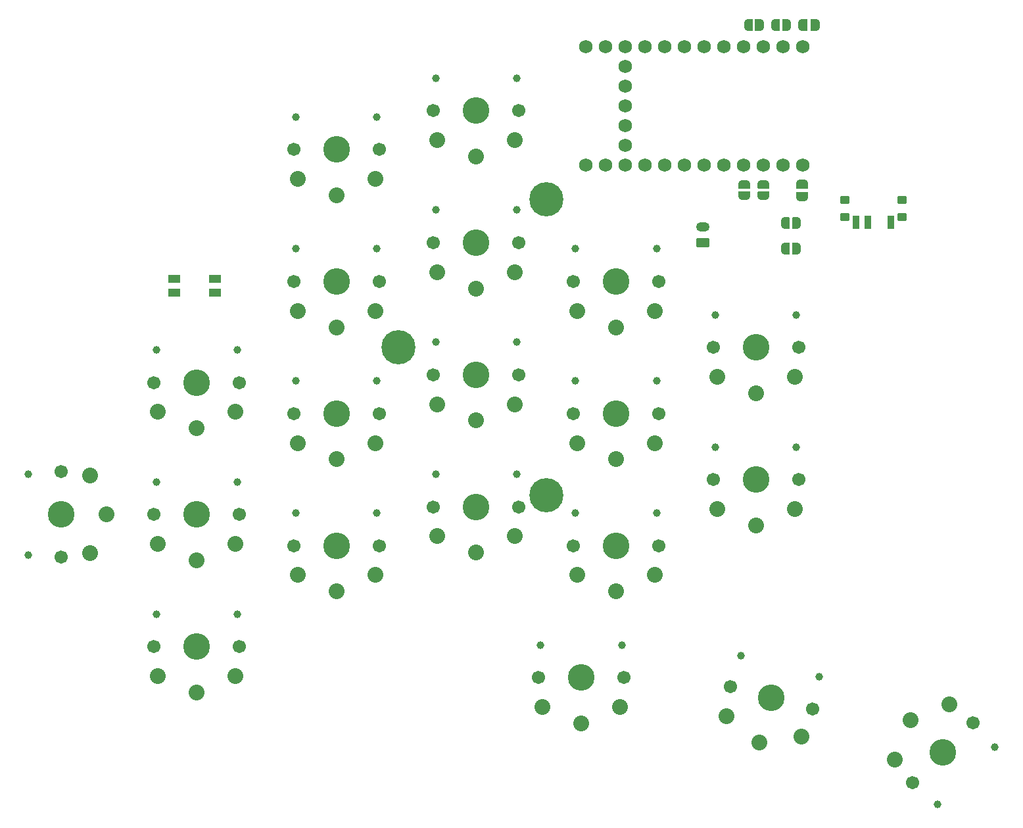
<source format=gbr>
%TF.GenerationSoftware,KiCad,Pcbnew,9.0.7*%
%TF.CreationDate,2026-01-18T21:16:20-08:00*%
%TF.ProjectId,talon_slim,74616c6f-6e5f-4736-9c69-6d2e6b696361,rev?*%
%TF.SameCoordinates,Original*%
%TF.FileFunction,Soldermask,Top*%
%TF.FilePolarity,Negative*%
%FSLAX46Y46*%
G04 Gerber Fmt 4.6, Leading zero omitted, Abs format (unit mm)*
G04 Created by KiCad (PCBNEW 9.0.7) date 2026-01-18 21:16:20*
%MOMM*%
%LPD*%
G01*
G04 APERTURE LIST*
G04 Aperture macros list*
%AMRoundRect*
0 Rectangle with rounded corners*
0 $1 Rounding radius*
0 $2 $3 $4 $5 $6 $7 $8 $9 X,Y pos of 4 corners*
0 Add a 4 corners polygon primitive as box body*
4,1,4,$2,$3,$4,$5,$6,$7,$8,$9,$2,$3,0*
0 Add four circle primitives for the rounded corners*
1,1,$1+$1,$2,$3*
1,1,$1+$1,$4,$5*
1,1,$1+$1,$6,$7*
1,1,$1+$1,$8,$9*
0 Add four rect primitives between the rounded corners*
20,1,$1+$1,$2,$3,$4,$5,0*
20,1,$1+$1,$4,$5,$6,$7,0*
20,1,$1+$1,$6,$7,$8,$9,0*
20,1,$1+$1,$8,$9,$2,$3,0*%
%AMFreePoly0*
4,1,23,0.500000,-0.750000,0.000000,-0.750000,0.000000,-0.745722,-0.065263,-0.745722,-0.191342,-0.711940,-0.304381,-0.646677,-0.396677,-0.554381,-0.461940,-0.441342,-0.495722,-0.315263,-0.495722,-0.250000,-0.500000,-0.250000,-0.500000,0.250000,-0.495722,0.250000,-0.495722,0.315263,-0.461940,0.441342,-0.396677,0.554381,-0.304381,0.646677,-0.191342,0.711940,-0.065263,0.745722,0.000000,0.745722,
0.000000,0.750000,0.500000,0.750000,0.500000,-0.750000,0.500000,-0.750000,$1*%
%AMFreePoly1*
4,1,23,0.000000,0.745722,0.065263,0.745722,0.191342,0.711940,0.304381,0.646677,0.396677,0.554381,0.461940,0.441342,0.495722,0.315263,0.495722,0.250000,0.500000,0.250000,0.500000,-0.250000,0.495722,-0.250000,0.495722,-0.315263,0.461940,-0.441342,0.396677,-0.554381,0.304381,-0.646677,0.191342,-0.711940,0.065263,-0.745722,0.000000,-0.745722,0.000000,-0.750000,-0.500000,-0.750000,
-0.500000,0.750000,0.000000,0.750000,0.000000,0.745722,0.000000,0.745722,$1*%
G04 Aperture macros list end*
%ADD10RoundRect,0.250000X0.625000X-0.350000X0.625000X0.350000X-0.625000X0.350000X-0.625000X-0.350000X0*%
%ADD11O,1.750000X1.200000*%
%ADD12C,4.400000*%
%ADD13R,1.550000X1.000000*%
%ADD14RoundRect,0.102000X0.350000X0.750000X-0.350000X0.750000X-0.350000X-0.750000X0.350000X-0.750000X0*%
%ADD15RoundRect,0.102000X0.500000X0.400000X-0.500000X0.400000X-0.500000X-0.400000X0.500000X-0.400000X0*%
%ADD16C,1.701800*%
%ADD17C,0.990600*%
%ADD18C,3.429000*%
%ADD19C,2.032000*%
%ADD20FreePoly0,0.000000*%
%ADD21FreePoly1,0.000000*%
%ADD22FreePoly0,90.000000*%
%ADD23FreePoly1,90.000000*%
%ADD24C,1.752600*%
%ADD25FreePoly1,180.000000*%
%ADD26FreePoly0,180.000000*%
G04 APERTURE END LIST*
%TO.C,JP16*%
G36*
X158060000Y-78000000D02*
G01*
X158360000Y-78000000D01*
X158360000Y-79500000D01*
X158060000Y-79500000D01*
X158060000Y-78000000D01*
G37*
G36*
X158650000Y-78000000D02*
G01*
X158950000Y-78000000D01*
X158950000Y-79500000D01*
X158650000Y-79500000D01*
X158650000Y-78000000D01*
G37*
%TO.C,JP10*%
G36*
X158060000Y-74750000D02*
G01*
X158360000Y-74750000D01*
X158360000Y-76250000D01*
X158060000Y-76250000D01*
X158060000Y-74750000D01*
G37*
G36*
X158650000Y-74750000D02*
G01*
X158950000Y-74750000D01*
X158950000Y-76250000D01*
X158650000Y-76250000D01*
X158650000Y-74750000D01*
G37*
%TO.C,JP9*%
G36*
X159200000Y-71050000D02*
G01*
X160700000Y-71050000D01*
X160700000Y-70750000D01*
X159200000Y-70750000D01*
X159200000Y-71050000D01*
G37*
G36*
X159200000Y-71800000D02*
G01*
X160700000Y-71800000D01*
X160700000Y-71500000D01*
X159200000Y-71500000D01*
X159200000Y-71800000D01*
G37*
%TO.C,JP14*%
G36*
X151750000Y-71100000D02*
G01*
X153250000Y-71100000D01*
X153250000Y-70800000D01*
X151750000Y-70800000D01*
X151750000Y-71100000D01*
G37*
G36*
X151750000Y-71690000D02*
G01*
X153250000Y-71690000D01*
X153250000Y-71390000D01*
X151750000Y-71390000D01*
X151750000Y-71690000D01*
G37*
%TO.C,JP13*%
G36*
X154250000Y-71100000D02*
G01*
X155750000Y-71100000D01*
X155750000Y-70800000D01*
X154250000Y-70800000D01*
X154250000Y-71100000D01*
G37*
G36*
X154250000Y-71690000D02*
G01*
X155750000Y-71690000D01*
X155750000Y-71390000D01*
X154250000Y-71390000D01*
X154250000Y-71690000D01*
G37*
%TO.C,JP1*%
G36*
X161360000Y-50750000D02*
G01*
X161060000Y-50750000D01*
X161060000Y-49250000D01*
X161360000Y-49250000D01*
X161360000Y-50750000D01*
G37*
G36*
X160610000Y-50750000D02*
G01*
X160310000Y-50750000D01*
X160310000Y-49250000D01*
X160610000Y-49250000D01*
X160610000Y-50750000D01*
G37*
%TO.C,JP4*%
G36*
X157400000Y-49250000D02*
G01*
X157700000Y-49250000D01*
X157700000Y-50750000D01*
X157400000Y-50750000D01*
X157400000Y-49250000D01*
G37*
G36*
X156810000Y-49250000D02*
G01*
X157110000Y-49250000D01*
X157110000Y-50750000D01*
X156810000Y-50750000D01*
X156810000Y-49250000D01*
G37*
%TO.C,JP5*%
G36*
X153900000Y-49250000D02*
G01*
X154200000Y-49250000D01*
X154200000Y-50750000D01*
X153900000Y-50750000D01*
X153900000Y-49250000D01*
G37*
G36*
X153310000Y-49250000D02*
G01*
X153610000Y-49250000D01*
X153610000Y-50750000D01*
X153310000Y-50750000D01*
X153310000Y-49250000D01*
G37*
%TD*%
D10*
%TO.C,J1*%
X147210000Y-78000000D03*
D11*
X147210000Y-76000000D03*
%TD*%
D12*
%TO.C,REF\u002A\u002A*%
X107950000Y-91500000D03*
X127000000Y-72450000D03*
X127000000Y-110550000D03*
%TD*%
D13*
%TO.C,RESET_SW1*%
X79125000Y-82700000D03*
X84375000Y-82700000D03*
X79125000Y-84400000D03*
X84375000Y-84400000D03*
%TD*%
D14*
%TO.C,SLIDE_SW1*%
X171400000Y-75350000D03*
X168400000Y-75350000D03*
X166900000Y-75350000D03*
D15*
X172800000Y-74700000D03*
X165500000Y-74700000D03*
X172800000Y-72500000D03*
X165500000Y-72500000D03*
%TD*%
D16*
%TO.C,SW20*%
X182001627Y-139772385D03*
D17*
X184773486Y-142940223D03*
D18*
X178112540Y-143661472D03*
D17*
X177391291Y-150322418D03*
D16*
X174223453Y-147550559D03*
D19*
X173940610Y-139489542D03*
X178961068Y-137438932D03*
X171890000Y-144510000D03*
%TD*%
D16*
%TO.C,SW18*%
X126000000Y-134000000D03*
D17*
X126280000Y-129800000D03*
D18*
X131500000Y-134000000D03*
D17*
X136720000Y-129800000D03*
D16*
X137000000Y-134000000D03*
D19*
X131500000Y-139900000D03*
X126500000Y-137800000D03*
X136500000Y-137800000D03*
%TD*%
%TO.C,SW13*%
X159000000Y-112300000D03*
X149000000Y-112300000D03*
X154000000Y-114400000D03*
D16*
X159500000Y-108500000D03*
D17*
X159220000Y-104300000D03*
D18*
X154000000Y-108500000D03*
D17*
X148780000Y-104300000D03*
D16*
X148500000Y-108500000D03*
%TD*%
%TO.C,SW6*%
X130500000Y-83000000D03*
D17*
X130780000Y-78800000D03*
D18*
X136000000Y-83000000D03*
D17*
X141220000Y-78800000D03*
D16*
X141500000Y-83000000D03*
D19*
X136000000Y-88900000D03*
X131000000Y-86800000D03*
X141000000Y-86800000D03*
%TD*%
D16*
%TO.C,SW8*%
X64500000Y-118500000D03*
D17*
X60300000Y-118220000D03*
D18*
X64500000Y-113000000D03*
D17*
X60300000Y-107780000D03*
D16*
X64500000Y-107500000D03*
D19*
X70400000Y-113000000D03*
X68300000Y-118000000D03*
X68300000Y-108000000D03*
%TD*%
D20*
%TO.C,JP16*%
X157750000Y-78750000D03*
D21*
X159250000Y-78750000D03*
%TD*%
D20*
%TO.C,JP10*%
X157750000Y-75500000D03*
D21*
X159250000Y-75500000D03*
%TD*%
D19*
%TO.C,SW19*%
X159849259Y-141578190D03*
X150190000Y-138990000D03*
X154476110Y-142312539D03*
D16*
X161315734Y-138037082D03*
D17*
X162132315Y-133907724D03*
D18*
X156003142Y-136613577D03*
D17*
X152048049Y-131205653D03*
D16*
X150690550Y-135190072D03*
%TD*%
D19*
%TO.C,SW15*%
X105000000Y-120800000D03*
X95000000Y-120800000D03*
X100000000Y-122900000D03*
D16*
X105500000Y-117000000D03*
D17*
X105220000Y-112800000D03*
D18*
X100000000Y-117000000D03*
D17*
X94780000Y-112800000D03*
D16*
X94500000Y-117000000D03*
%TD*%
%TO.C,SW14*%
X76500000Y-130000000D03*
D17*
X76780000Y-125800000D03*
D18*
X82000000Y-130000000D03*
D17*
X87220000Y-125800000D03*
D16*
X87500000Y-130000000D03*
D19*
X82000000Y-135900000D03*
X77000000Y-133800000D03*
X87000000Y-133800000D03*
%TD*%
D22*
%TO.C,JP9*%
X159950000Y-72190000D03*
D23*
X159950000Y-70390000D03*
%TD*%
D16*
%TO.C,SW1*%
X94500000Y-66000000D03*
D17*
X94780000Y-61800000D03*
D18*
X100000000Y-66000000D03*
D17*
X105220000Y-61800000D03*
D16*
X105500000Y-66000000D03*
D19*
X100000000Y-71900000D03*
X95000000Y-69800000D03*
X105000000Y-69800000D03*
%TD*%
D16*
%TO.C,SW10*%
X94500000Y-100000000D03*
D17*
X94780000Y-95800000D03*
D18*
X100000000Y-100000000D03*
D17*
X105220000Y-95800000D03*
D16*
X105500000Y-100000000D03*
D19*
X100000000Y-105900000D03*
X95000000Y-103800000D03*
X105000000Y-103800000D03*
%TD*%
D16*
%TO.C,SW3*%
X76500000Y-96000000D03*
D17*
X76780000Y-91800000D03*
D18*
X82000000Y-96000000D03*
D17*
X87220000Y-91800000D03*
D16*
X87500000Y-96000000D03*
D19*
X82000000Y-101900000D03*
X77000000Y-99800000D03*
X87000000Y-99800000D03*
%TD*%
D16*
%TO.C,SW16*%
X112500000Y-112000000D03*
D17*
X112780000Y-107800000D03*
D18*
X118000000Y-112000000D03*
D17*
X123220000Y-107800000D03*
D16*
X123500000Y-112000000D03*
D19*
X118000000Y-117900000D03*
X113000000Y-115800000D03*
X123000000Y-115800000D03*
%TD*%
D22*
%TO.C,JP14*%
X152500000Y-72000000D03*
D23*
X152500000Y-70500000D03*
%TD*%
D16*
%TO.C,SW2*%
X112500000Y-61000000D03*
D17*
X112780000Y-56800000D03*
D18*
X118000000Y-61000000D03*
D17*
X123220000Y-56800000D03*
D16*
X123500000Y-61000000D03*
D19*
X118000000Y-66900000D03*
X113000000Y-64800000D03*
X123000000Y-64800000D03*
%TD*%
D16*
%TO.C,SW4*%
X94500000Y-83000000D03*
D17*
X94780000Y-78800000D03*
D18*
X100000000Y-83000000D03*
D17*
X105220000Y-78800000D03*
D16*
X105500000Y-83000000D03*
D19*
X100000000Y-88900000D03*
X95000000Y-86800000D03*
X105000000Y-86800000D03*
%TD*%
D16*
%TO.C,SW9*%
X76500000Y-113000000D03*
D17*
X76780000Y-108800000D03*
D18*
X82000000Y-113000000D03*
D17*
X87220000Y-108800000D03*
D16*
X87500000Y-113000000D03*
D19*
X82000000Y-118900000D03*
X77000000Y-116800000D03*
X87000000Y-116800000D03*
%TD*%
D22*
%TO.C,JP13*%
X155000000Y-72000000D03*
D23*
X155000000Y-70500000D03*
%TD*%
D16*
%TO.C,SW11*%
X112500000Y-95000000D03*
D17*
X112780000Y-90800000D03*
D18*
X118000000Y-95000000D03*
D17*
X123220000Y-90800000D03*
D16*
X123500000Y-95000000D03*
D19*
X118000000Y-100900000D03*
X113000000Y-98800000D03*
X123000000Y-98800000D03*
%TD*%
D16*
%TO.C,SW7*%
X148500000Y-91500000D03*
D17*
X148780000Y-87300000D03*
D18*
X154000000Y-91500000D03*
D17*
X159220000Y-87300000D03*
D16*
X159500000Y-91500000D03*
D19*
X154000000Y-97400000D03*
X149000000Y-95300000D03*
X159000000Y-95300000D03*
%TD*%
D16*
%TO.C,SW12*%
X130500000Y-100000000D03*
D17*
X130780000Y-95800000D03*
D18*
X136000000Y-100000000D03*
D17*
X141220000Y-95800000D03*
D16*
X141500000Y-100000000D03*
D19*
X136000000Y-105900000D03*
X131000000Y-103800000D03*
X141000000Y-103800000D03*
%TD*%
D16*
%TO.C,SW17*%
X130500000Y-117000000D03*
D17*
X130780000Y-112800000D03*
D18*
X136000000Y-117000000D03*
D17*
X141220000Y-112800000D03*
D16*
X141500000Y-117000000D03*
D19*
X136000000Y-122900000D03*
X131000000Y-120800000D03*
X141000000Y-120800000D03*
%TD*%
D16*
%TO.C,SW5*%
X112500000Y-78000000D03*
D17*
X112780000Y-73800000D03*
D18*
X118000000Y-78000000D03*
D17*
X123220000Y-73800000D03*
D16*
X123500000Y-78000000D03*
D19*
X118000000Y-83900000D03*
X113000000Y-81800000D03*
X123000000Y-81800000D03*
%TD*%
D24*
%TO.C,U1*%
X137220000Y-60380000D03*
X137220000Y-57840000D03*
X137220000Y-62920000D03*
X137220000Y-55300000D03*
X137220000Y-65460000D03*
X160080000Y-68000000D03*
X157540000Y-68000000D03*
X155000000Y-68000000D03*
X152460000Y-68000000D03*
X149920000Y-68000000D03*
X147380000Y-68000000D03*
X144840000Y-68000000D03*
X142300000Y-68000000D03*
X139760000Y-68000000D03*
X137220000Y-68000000D03*
X134680000Y-68000000D03*
X132140000Y-68000000D03*
X132140000Y-52760000D03*
X134680000Y-52760000D03*
X137220000Y-52760000D03*
X139760000Y-52760000D03*
X142300000Y-52760000D03*
X144840000Y-52760000D03*
X147380000Y-52760000D03*
X149920000Y-52760000D03*
X152460000Y-52760000D03*
X155000000Y-52760000D03*
X157540000Y-52760000D03*
X160080000Y-52760000D03*
%TD*%
D25*
%TO.C,JP1*%
X159950000Y-50000000D03*
D26*
X161750000Y-50000000D03*
%TD*%
D21*
%TO.C,JP4*%
X158000000Y-50000000D03*
D20*
X156500000Y-50000000D03*
%TD*%
D21*
%TO.C,JP5*%
X154500000Y-50000000D03*
D20*
X153000000Y-50000000D03*
%TD*%
M02*

</source>
